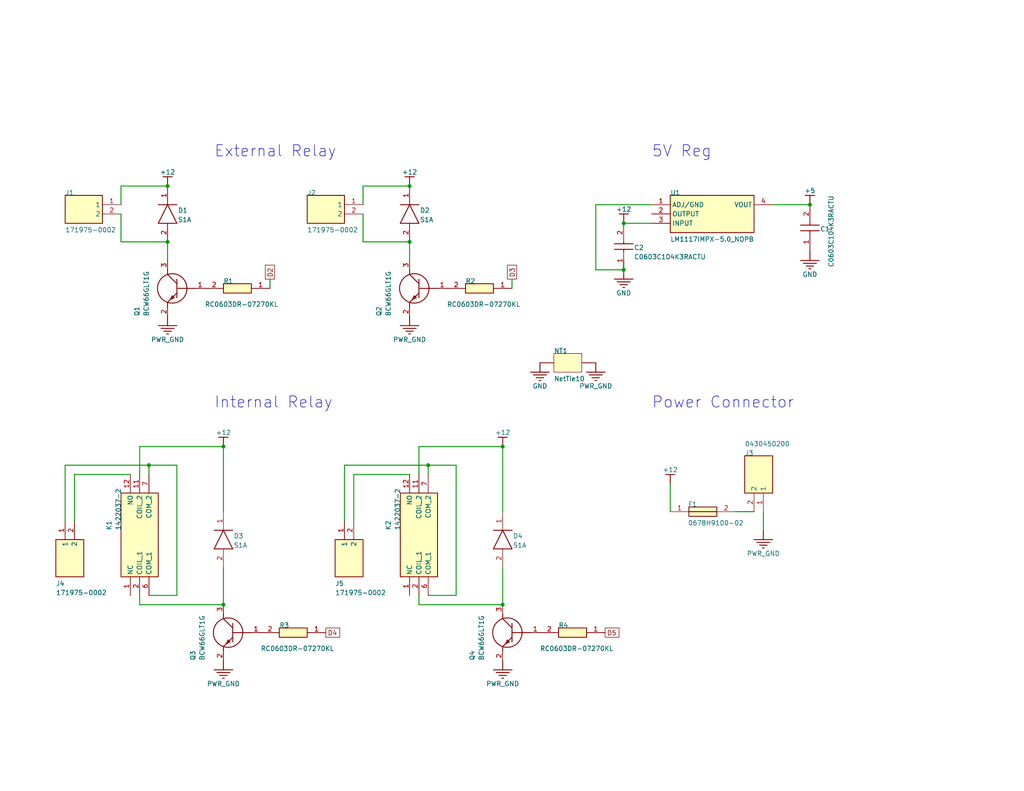
<source format=kicad_sch>
(kicad_sch (version 20211123) (generator eeschema)
  (paper "A")
  (lib_symbols
    (symbol "Sheet1-altium-import:+12" (power)
      (property "Reference" "#PWR" (at 0 0 0))
      (property "Value" "+12" (at 0 3.81 0))
      (symbol "+12_0_0"
        (polyline (pts (xy -1.27 -2.54) (xy 1.27 -2.54)) (stroke (width 0.254)))
        (polyline (pts (xy 0 0) (xy 0 -2.54)) (stroke (width 0.254)))
        (pin power_in line (at 0 0 0) (length 0) hide (name "+12") (number ""))
      )
    )
    (symbol "Sheet1-altium-import:+5" (power)
      (property "Reference" "#PWR" (at 0 0 0))
      (property "Value" "+5" (at 0 3.81 0))
      (symbol "+5_0_0"
        (polyline (pts (xy -1.27 -2.54) (xy 1.27 -2.54)) (stroke (width 0.254)))
        (polyline (pts (xy 0 0) (xy 0 -2.54)) (stroke (width 0.254)))
        (pin power_in line (at 0 0 0) (length 0) hide (name "+5") (number ""))
      )
    )
    (symbol "Sheet1-altium-import:0_0678H9100-02"
      (property "Value" "0_0678H9100-02" (at 0 0 0))
      (symbol "0_0678H9100-02_1_0"
        (polyline (pts (xy 5.08 0) (xy 12.7 0)) (stroke (width 0.254)))
        (rectangle (start 12.7 1.27) (end 5.08 -1.27) (stroke (width 0.254)) (fill (type background)))
        (pin passive line (at 0 0 0) (length 5.08) (name "1") (number "1"))
        (pin passive line (at 17.78 0 180) (length 5.08) (name "2") (number "2"))
      )
    )
    (symbol "Sheet1-altium-import:0_LM1117IMPX-5.0_NOPB"
      (property "Value" "0_LM1117IMPX-5.0_NOPB" (at 0 0 0))
      (symbol "0_LM1117IMPX-5.0_NOPB_1_0"
        (rectangle (start 27.94 2.54) (end 5.08 -7.62) (stroke (width 0.254)) (fill (type background)))
        (pin passive line (at 0 0 0) (length 5.08) (name "ADJ/GND") (number "1"))
        (pin passive line (at 0 -2.54 0) (length 5.08) (name "OUTPUT") (number "2"))
        (pin passive line (at 0 -5.08 0) (length 5.08) (name "INPUT") (number "3"))
        (pin passive line (at 33.02 0 180) (length 5.08) (name "VOUT") (number "4"))
      )
    )
    (symbol "Sheet1-altium-import:0_NetTie10"
      (property "Value" "0_NetTie10" (at 0 0 0))
      (symbol "0_NetTie10_1_0"
        (rectangle (start 5.08 5.08) (end -2.54 0) (fill (type background)))
        (pin passive line (at -6.35 2.54 0) (length 3.81) (name "1") (number "1"))
        (pin passive line (at 8.89 2.54 180) (length 3.81) (name "2") (number "2"))
      )
    )
    (symbol "Sheet1-altium-import:0_mirrored_BCW66GLT1G"
      (property "Value" "0_mirrored_BCW66GLT1G" (at 0 0 0))
      (symbol "0_mirrored_BCW66GLT1G_1_0"
        (circle (center -8.89 0) (radius 4.013) (stroke (width 0.254)))
        (polyline (pts (xy -10.16 -3.81) (xy -10.16 -5.08)) (stroke (width 0.254)))
        (polyline (pts (xy -10.16 3.81) (xy -10.16 5.08)) (stroke (width 0.254)))
        (polyline (pts (xy -9.398 -3.048) (xy -8.382 -2.54)) (stroke (width 0.254)))
        (polyline (pts (xy -8.89 -2.032) (xy -9.398 -3.048)) (stroke (width 0.254)))
        (polyline (pts (xy -8.382 -2.54) (xy -8.89 -2.032)) (stroke (width 0.254)))
        (polyline (pts (xy -7.62 -1.27) (xy -10.16 -3.81)) (stroke (width 0.254)))
        (polyline (pts (xy -7.62 1.27) (xy -10.16 3.81)) (stroke (width 0.254)))
        (polyline (pts (xy -7.62 2.54) (xy -7.62 -2.54)) (stroke (width 0.254)))
        (polyline (pts (xy -2.54 0) (xy -7.62 0)) (stroke (width 0.254)))
        (pin passive line (at 0 0 180) (length 2.54) (name "B") (number "1"))
        (pin passive line (at -10.16 -7.62 90) (length 2.54) (name "E") (number "2"))
        (pin passive line (at -10.16 7.62 270) (length 2.54) (name "C") (number "3"))
      )
    )
    (symbol "Sheet1-altium-import:1_0430450200"
      (property "Value" "1_0430450200" (at 0 0 0))
      (symbol "1_0430450200_1_0"
        (rectangle (start 5.08 15.24) (end -2.54 5.08) (stroke (width 0.254)) (fill (type background)))
        (pin passive line (at 2.54 0 90) (length 5.08) (name "1") (number "1"))
        (pin passive line (at 0 0 90) (length 5.08) (name "2") (number "2"))
      )
    )
    (symbol "Sheet1-altium-import:1_1422037-2"
      (property "Value" "1_1422037-2" (at 0 0 0))
      (symbol "1_1422037-2_1_0"
        (rectangle (start 7.62 27.94) (end -2.54 5.08) (stroke (width 0.254)) (fill (type background)))
        (pin passive line (at 0 0 90) (length 5.08) (name "NC") (number "1"))
        (pin passive line (at 2.54 33.02 270) (length 5.08) (name "COIL_2") (number "11"))
        (pin passive line (at 0 33.02 270) (length 5.08) (name "NO") (number "12"))
        (pin passive line (at 2.54 0 90) (length 5.08) (name "COIL_1") (number "2"))
        (pin passive line (at 5.08 0 90) (length 5.08) (name "COM_1") (number "6"))
        (pin passive line (at 5.08 33.02 270) (length 5.08) (name "COM_2") (number "7"))
      )
    )
    (symbol "Sheet1-altium-import:1_C0603C104K3RACTU"
      (property "Value" "1_C0603C104K3RACTU" (at 0 0 0))
      (symbol "1_C0603C104K3RACTU_1_0"
        (polyline (pts (xy -2.54 5.588) (xy 2.54 5.588)) (stroke (width 0.254)))
        (polyline (pts (xy -2.54 7.112) (xy 2.54 7.112)) (stroke (width 0.254)))
        (polyline (pts (xy 0 5.08) (xy 0 5.588)) (stroke (width 0.254)))
        (polyline (pts (xy 0 7.112) (xy 0 7.62)) (stroke (width 0.254)))
        (pin passive line (at 0 0 90) (length 5.08) (name "1") (number "1"))
        (pin passive line (at 0 12.7 270) (length 5.08) (name "2") (number "2"))
      )
    )
    (symbol "Sheet1-altium-import:2_171975-0002"
      (property "Value" "2_171975-0002" (at 0 0 0))
      (symbol "2_171975-0002_1_0"
        (rectangle (start -5.08 5.08) (end -15.24 -2.54) (stroke (width 0.254)) (fill (type background)))
        (pin passive line (at 0 2.54 180) (length 5.08) (name "1") (number "1"))
        (pin passive line (at 0 0 180) (length 5.08) (name "2") (number "2"))
      )
    )
    (symbol "Sheet1-altium-import:2_RC0603DR-07270KL"
      (property "Value" "2_RC0603DR-07270KL" (at 0 0 0))
      (symbol "2_RC0603DR-07270KL_1_0"
        (rectangle (start -5.08 1.27) (end -12.7 -1.27) (stroke (width 0.254)) (fill (type background)))
        (pin passive line (at 0 0 180) (length 5.08) (name "1") (number "1"))
        (pin passive line (at -17.78 0 0) (length 5.08) (name "2") (number "2"))
      )
    )
    (symbol "Sheet1-altium-import:3_171975-0002"
      (property "Value" "3_171975-0002" (at 0 0 0))
      (symbol "3_171975-0002_1_0"
        (rectangle (start 2.54 -5.08) (end -5.08 -15.24) (stroke (width 0.254)) (fill (type background)))
        (pin passive line (at -2.54 0 270) (length 5.08) (name "1") (number "1"))
        (pin passive line (at 0 0 270) (length 5.08) (name "2") (number "2"))
      )
    )
    (symbol "Sheet1-altium-import:3_S1A"
      (property "Value" "3_S1A" (at 0 0 0))
      (symbol "3_S1A_1_0"
        (polyline (pts (xy -2.54 -10.16) (xy 0 -5.08)) (stroke (width 0.254)))
        (polyline (pts (xy 0 -5.08) (xy 2.54 -10.16)) (stroke (width 0.254)))
        (polyline (pts (xy 2.54 -10.16) (xy -2.54 -10.16)) (stroke (width 0.254)))
        (polyline (pts (xy 2.54 -5.08) (xy -2.54 -5.08)) (stroke (width 0.254)))
        (pin passive line (at 0 0 270) (length 5.08) (name "K") (number "1"))
        (pin passive line (at 0 -15.24 90) (length 5.08) (name "A") (number "2"))
      )
    )
    (symbol "Sheet1-altium-import:GND" (power)
      (property "Reference" "#PWR" (at 0 0 0))
      (property "Value" "GND" (at 0 6.35 0))
      (symbol "GND_0_0"
        (polyline (pts (xy -2.54 -2.54) (xy 2.54 -2.54)) (stroke (width 0.254)))
        (polyline (pts (xy -1.778 -3.302) (xy 1.778 -3.302)) (stroke (width 0.254)))
        (polyline (pts (xy -1.016 -4.064) (xy 1.016 -4.064)) (stroke (width 0.254)))
        (polyline (pts (xy -0.254 -4.826) (xy 0.254 -4.826)) (stroke (width 0.254)))
        (polyline (pts (xy 0 0) (xy 0 -2.54)) (stroke (width 0.254)))
        (pin power_in line (at 0 0 0) (length 0) hide (name "GND") (number ""))
      )
    )
    (symbol "Sheet1-altium-import:PWR_GND" (power)
      (property "Reference" "#PWR" (at 0 0 0))
      (property "Value" "PWR_GND" (at 0 6.35 0))
      (symbol "PWR_GND_0_0"
        (polyline (pts (xy -2.54 -2.54) (xy 2.54 -2.54)) (stroke (width 0.254)))
        (polyline (pts (xy -1.778 -3.302) (xy 1.778 -3.302)) (stroke (width 0.254)))
        (polyline (pts (xy -1.016 -4.064) (xy 1.016 -4.064)) (stroke (width 0.254)))
        (polyline (pts (xy -0.254 -4.826) (xy 0.254 -4.826)) (stroke (width 0.254)))
        (polyline (pts (xy 0 0) (xy 0 -2.54)) (stroke (width 0.254)))
        (pin power_in line (at 0 0 0) (length 0) hide (name "PWR_GND") (number ""))
      )
    )
  )
  (junction (at 137.16 165.1))
  (junction (at 60.96 165.1))
  (junction (at 170.18 60.96))
  (junction (at 111.76 66.04))
  (junction (at 116.84 127))
  (junction (at 60.96 121.92))
  (junction (at 137.16 121.92))
  (junction (at 111.76 50.8))
  (junction (at 45.72 66.04))
  (junction (at 45.72 50.8))
  (junction (at 170.18 73.66))
  (junction (at 220.98 55.88))
  (junction (at 40.64 127))
  (wire (pts (xy 38.1 165.1) (xy 38.1 162.56)) (stroke (width 0.254)))
  (wire (pts (xy 48.26 162.56) (xy 48.26 127)) (stroke (width 0.254)))
  (wire (pts (xy 114.3 129.54) (xy 114.3 121.92)) (stroke (width 0.254)))
  (wire (pts (xy 200.66 139.7) (xy 205.74 139.7)) (stroke (width 0.254)))
  (wire (pts (xy 170.18 73.66) (xy 162.56 73.66)) (stroke (width 0.254)))
  (wire (pts (xy 40.64 127) (xy 17.78 127)) (stroke (width 0.254)))
  (wire (pts (xy 60.96 121.92) (xy 60.96 139.7)) (stroke (width 0.254)))
  (wire (pts (xy 99.06 50.8) (xy 111.76 50.8)) (stroke (width 0.254)))
  (wire (pts (xy 116.84 127) (xy 93.98 127)) (stroke (width 0.254)))
  (wire (pts (xy 162.56 55.88) (xy 177.8 55.88)) (stroke (width 0.254)))
  (wire (pts (xy 208.28 144.78) (xy 208.28 139.7)) (stroke (width 0.254)))
  (wire (pts (xy 38.1 129.54) (xy 38.1 121.92)) (stroke (width 0.254)))
  (wire (pts (xy 116.84 129.54) (xy 116.84 127)) (stroke (width 0.254)))
  (wire (pts (xy 20.32 129.54) (xy 35.56 129.54)) (stroke (width 0.254)))
  (wire (pts (xy 177.8 60.96) (xy 170.18 60.96)) (stroke (width 0.254)))
  (wire (pts (xy 33.02 66.04) (xy 45.72 66.04)) (stroke (width 0.254)))
  (wire (pts (xy 124.46 127) (xy 116.84 127)) (stroke (width 0.254)))
  (wire (pts (xy 33.02 58.42) (xy 33.02 66.04)) (stroke (width 0.254)))
  (wire (pts (xy 33.02 50.8) (xy 45.72 50.8)) (stroke (width 0.254)))
  (wire (pts (xy 124.46 162.56) (xy 124.46 127)) (stroke (width 0.254)))
  (wire (pts (xy 182.88 132.08) (xy 182.88 139.7)) (stroke (width 0.254)))
  (wire (pts (xy 114.3 121.92) (xy 137.16 121.92)) (stroke (width 0.254)))
  (wire (pts (xy 137.16 165.1) (xy 114.3 165.1)) (stroke (width 0.254)))
  (wire (pts (xy 99.06 58.42) (xy 99.06 66.04)) (stroke (width 0.254)))
  (wire (pts (xy 96.52 142.24) (xy 96.52 129.54)) (stroke (width 0.254)))
  (wire (pts (xy 45.72 66.04) (xy 45.72 71.12)) (stroke (width 0.254)))
  (wire (pts (xy 162.56 73.66) (xy 162.56 55.88)) (stroke (width 0.254)))
  (wire (pts (xy 96.52 129.54) (xy 111.76 129.54)) (stroke (width 0.254)))
  (wire (pts (xy 40.64 162.56) (xy 48.26 162.56)) (stroke (width 0.254)))
  (wire (pts (xy 17.78 127) (xy 17.78 142.24)) (stroke (width 0.254)))
  (wire (pts (xy 99.06 66.04) (xy 111.76 66.04)) (stroke (width 0.254)))
  (wire (pts (xy 139.7 76.2) (xy 139.7 78.74)) (stroke (width 0.254)))
  (wire (pts (xy 210.82 55.88) (xy 220.98 55.88)) (stroke (width 0.254)))
  (wire (pts (xy 38.1 121.92) (xy 60.96 121.92)) (stroke (width 0.254)))
  (wire (pts (xy 111.76 66.04) (xy 111.76 71.12)) (stroke (width 0.254)))
  (wire (pts (xy 137.16 121.92) (xy 137.16 139.7)) (stroke (width 0.254)))
  (wire (pts (xy 20.32 142.24) (xy 20.32 129.54)) (stroke (width 0.254)))
  (wire (pts (xy 48.26 127) (xy 40.64 127)) (stroke (width 0.254)))
  (wire (pts (xy 60.96 154.94) (xy 60.96 165.1)) (stroke (width 0.254)))
  (wire (pts (xy 99.06 55.88) (xy 99.06 50.8)) (stroke (width 0.254)))
  (wire (pts (xy 40.64 129.54) (xy 40.64 127)) (stroke (width 0.254)))
  (wire (pts (xy 73.66 76.2) (xy 73.66 78.74)) (stroke (width 0.254)))
  (wire (pts (xy 137.16 154.94) (xy 137.16 165.1)) (stroke (width 0.254)))
  (wire (pts (xy 60.96 165.1) (xy 38.1 165.1)) (stroke (width 0.254)))
  (wire (pts (xy 114.3 165.1) (xy 114.3 162.56)) (stroke (width 0.254)))
  (wire (pts (xy 33.02 55.88) (xy 33.02 50.8)) (stroke (width 0.254)))
  (wire (pts (xy 93.98 127) (xy 93.98 142.24)) (stroke (width 0.254)))
  (wire (pts (xy 170.18 71.12) (xy 170.18 73.66)) (stroke (width 0.254)))
  (wire (pts (xy 116.84 162.56) (xy 124.46 162.56)) (stroke (width 0.254)))
  (text "Internal Relay" (at 58.42 111.76 180) (effects (font (size 3.048 3.048)) (justify left bottom)))
  (text "Power Connector" (at 177.8 111.76 180) (effects (font (size 3.048 3.048)) (justify left bottom)))
  (text "5V Reg" (at 177.8 43.18 180) (effects (font (size 3.048 3.048)) (justify left bottom)))
  (text "External Relay" (at 58.42 43.18 180) (effects (font (size 3.048 3.048)) (justify left bottom)))
  (global_label "D3" (shape passive) (at 139.7 76.2 90) (property "Intersheet References" "${INTERSHEET_REFS}" (effects hide)))
  (global_label "D4" (shape passive) (at 88.9 172.72 0) (property "Intersheet References" "${INTERSHEET_REFS}" (effects hide)))
  (global_label "D2" (shape passive) (at 73.66 76.2 90) (property "Intersheet References" "${INTERSHEET_REFS}" (effects hide)))
  (global_label "D5" (shape passive) (at 165.1 172.72 0) (property "Intersheet References" "${INTERSHEET_REFS}" (effects hide)))
  (symbol (lib_id "Sheet1-altium-import:3_S1A") (at 137.16 139.7 0) (unit 1)
    (property "Reference" "D4" (at 139.954 147.066 0) (effects (justify left bottom)))
    (property "Value" "S1A" (at 139.954 149.606 0) (effects (justify left bottom)))
    (property "Footprint" "C:_Users_luke__Documents_AltiumLL_SamacSys.PcbLib_DIOM5227X270N" (effects hide))
    (property "DATASHEET LINK" "http://www.onsemi.com/pub/Collateral/S1M-D.pdf" (effects hide))
    (property "HEIGHT" "2.7mm" (effects hide))
    (property "MANUFACTURER_NAME" "ON Semiconductor" (effects hide))
    (property "MANUFACTURER_PART_NUMBER" "S1A" (effects hide))
    (property "MOUSER PART NUMBER" "512-S1A" (effects hide))
    (property "MOUSER PRICE/STOCK" "https://www.mouser.co.uk/ProductDetail/ON-Semiconductor-Fairchild/S1A/?qs=RJwZ8kJo1mjAagviH5vK9g%3D%3D" (effects hide))
    (property "ARROW PART NUMBER" "S1A" (effects hide))
    (property "ARROW PRICE/STOCK" "https://www.arrow.com/en/products/s1a/on-semiconductor" (effects hide))
  )
  (symbol (lib_id "Sheet1-altium-import:GND") (at 170.18 73.66 0) (unit 1)
    (property "Reference" "#PWR?" (effects hide))
    (property "Value" "GND" (at 170.18 80.01 0))
  )
  (symbol (lib_id "Sheet1-altium-import:2_171975-0002") (at 33.02 58.42 0) (unit 1)
    (property "Reference" "J1" (at 17.78 53.34 0) (effects (justify left bottom)))
    (property "Value" "171975-0002" (at 17.78 63.5 0) (effects (justify left bottom)))
    (property "Footprint" "C:_Users_luke__Documents_AltiumLL_SamacSys.PcbLib_1719750002" (effects hide))
    (property "DATASHEET LINK" "https://www.molex.com/pdm_docs/sd/1719750002_sd.pdf" (effects hide))
    (property "HEIGHT" "7.38mm" (effects hide))
    (property "MANUFACTURER_NAME" "Molex" (effects hide))
    (property "MANUFACTURER_PART_NUMBER" "171975-0002" (effects hide))
    (property "MOUSER PART NUMBER" "538-171975-0002" (effects hide))
    (property "MOUSER PRICE/STOCK" "https://www.mouser.co.uk/ProductDetail/Molex/171975-0002?qs=lc2O%252BfHJPVZp75AIAAjPAw%3D%3D" (effects hide))
  )
  (symbol (lib_id "Sheet1-altium-import:+12") (at 111.76 50.8 180) (unit 1)
    (property "Reference" "#PWR?" (effects hide))
    (property "Value" "+12" (at 111.76 46.99 0))
  )
  (symbol (lib_id "Sheet1-altium-import:3_S1A") (at 111.76 50.8 0) (unit 1)
    (property "Reference" "D2" (at 114.554 58.166 0) (effects (justify left bottom)))
    (property "Value" "S1A" (at 114.554 60.706 0) (effects (justify left bottom)))
    (property "Footprint" "C:_Users_luke__Documents_AltiumLL_SamacSys.PcbLib_DIOM5227X270N" (effects hide))
    (property "DATASHEET LINK" "http://www.onsemi.com/pub/Collateral/S1M-D.pdf" (effects hide))
    (property "HEIGHT" "2.7mm" (effects hide))
    (property "MANUFACTURER_NAME" "ON Semiconductor" (effects hide))
    (property "MANUFACTURER_PART_NUMBER" "S1A" (effects hide))
    (property "MOUSER PART NUMBER" "512-S1A" (effects hide))
    (property "MOUSER PRICE/STOCK" "https://www.mouser.co.uk/ProductDetail/ON-Semiconductor-Fairchild/S1A/?qs=RJwZ8kJo1mjAagviH5vK9g%3D%3D" (effects hide))
    (property "ARROW PART NUMBER" "S1A" (effects hide))
    (property "ARROW PRICE/STOCK" "https://www.arrow.com/en/products/s1a/on-semiconductor" (effects hide))
  )
  (symbol (lib_id "Sheet1-altium-import:3_S1A") (at 60.96 139.7 0) (unit 1)
    (property "Reference" "D3" (at 63.754 147.066 0) (effects (justify left bottom)))
    (property "Value" "S1A" (at 63.754 149.606 0) (effects (justify left bottom)))
    (property "Footprint" "C:_Users_luke__Documents_AltiumLL_SamacSys.PcbLib_DIOM5227X270N" (effects hide))
    (property "DATASHEET LINK" "http://www.onsemi.com/pub/Collateral/S1M-D.pdf" (effects hide))
    (property "HEIGHT" "2.7mm" (effects hide))
    (property "MANUFACTURER_NAME" "ON Semiconductor" (effects hide))
    (property "MANUFACTURER_PART_NUMBER" "S1A" (effects hide))
    (property "MOUSER PART NUMBER" "512-S1A" (effects hide))
    (property "MOUSER PRICE/STOCK" "https://www.mouser.co.uk/ProductDetail/ON-Semiconductor-Fairchild/S1A/?qs=RJwZ8kJo1mjAagviH5vK9g%3D%3D" (effects hide))
    (property "ARROW PART NUMBER" "S1A" (effects hide))
    (property "ARROW PRICE/STOCK" "https://www.arrow.com/en/products/s1a/on-semiconductor" (effects hide))
  )
  (symbol (lib_id "Sheet1-altium-import:1_1422037-2") (at 111.76 162.56 0) (unit 1)
    (property "Reference" "K2" (at 106.68 144.78 90) (effects (justify left bottom)))
    (property "Value" "1422037-2" (at 109.22 144.78 90) (effects (justify left bottom)))
    (property "Footprint" "C:_Users_luke__Documents_AltiumLL_SamacSys.PcbLib_14220372" (effects hide))
    (property "DATASHEET LINK" "https://www.te.com/commerce/DocumentDelivery/DDEController?Action=srchrtrv&DocNm=108-98010&DocType=SS&DocLang=EN" (effects hide))
    (property "HEIGHT" "11.7mm" (effects hide))
    (property "MANUFACTURER_NAME" "TE Connectivity" (effects hide))
    (property "MANUFACTURER_PART_NUMBER" "1422037-2" (effects hide))
    (property "MOUSER PART NUMBER" "655-1422037-2" (effects hide))
    (property "MOUSER PRICE/STOCK" "https://www.mouser.com/Search/Refine.aspx?Keyword=655-1422037-2" (effects hide))
  )
  (symbol (lib_id "Sheet1-altium-import:GND") (at 147.32 99.06 0) (unit 1)
    (property "Reference" "#PWR?" (effects hide))
    (property "Value" "GND" (at 147.32 105.41 0))
  )
  (symbol (lib_id "Sheet1-altium-import:GND") (at 220.98 68.58 0) (unit 1)
    (property "Reference" "#PWR?" (effects hide))
    (property "Value" "GND" (at 220.98 74.93 0))
  )
  (symbol (lib_id "Sheet1-altium-import:1_0430450200") (at 205.74 139.7 0) (unit 1)
    (property "Reference" "J3" (at 203.2 124.46 0) (effects (justify left bottom)))
    (property "Value" "0430450200" (at 203.2 121.92 0) (effects (justify left bottom)))
    (property "Footprint" "C:_Users_luke__Documents_AltiumLL_SamacSys.PcbLib_43045-0200" (effects hide))
    (property "DATASHEET LINK" "http://www.molex.com/webdocs/datasheets/pdf/en-us//0430450200_PCB_HEADERS.pdf" (effects hide))
    (property "MANUFACTURER_NAME" "Molex" (effects hide))
    (property "MANUFACTURER_PART_NUMBER" "0430450200" (effects hide))
    (property "MOUSER PART NUMBER" "N/A" (effects hide))
    (property "MOUSER PRICE/STOCK" "https://www.mouser.com/Search/Refine.aspx?Keyword=N%2FA" (effects hide))
    (property "ARROW PART NUMBER" "0430450200" (effects hide))
    (property "ARROW PRICE/STOCK" "https://www.arrow.com/en/products/0430450200/molex" (effects hide))
  )
  (symbol (lib_id "Sheet1-altium-import:PWR_GND") (at 137.16 180.34 0) (unit 1)
    (property "Reference" "#PWR?" (effects hide))
    (property "Value" "PWR_GND" (at 137.16 186.69 0))
  )
  (symbol (lib_id "Sheet1-altium-import:3_171975-0002") (at 20.32 142.24 0) (unit 1)
    (property "Reference" "J4" (at 15.24 160.02 0) (effects (justify left bottom)))
    (property "Value" "171975-0002" (at 15.24 162.56 0) (effects (justify left bottom)))
    (property "Footprint" "C:_Users_luke__Documents_AltiumLL_SamacSys.PcbLib_1719750002" (effects hide))
    (property "DATASHEET LINK" "https://www.molex.com/pdm_docs/sd/1719750002_sd.pdf" (effects hide))
    (property "HEIGHT" "7.38mm" (effects hide))
    (property "MANUFACTURER_NAME" "Molex" (effects hide))
    (property "MANUFACTURER_PART_NUMBER" "171975-0002" (effects hide))
    (property "MOUSER PART NUMBER" "538-171975-0002" (effects hide))
    (property "MOUSER PRICE/STOCK" "https://www.mouser.co.uk/ProductDetail/Molex/171975-0002?qs=lc2O%252BfHJPVZp75AIAAjPAw%3D%3D" (effects hide))
  )
  (symbol (lib_id "Sheet1-altium-import:+5") (at 220.98 55.88 180) (unit 1)
    (property "Reference" "#PWR?" (effects hide))
    (property "Value" "+5" (at 220.98 52.07 0))
  )
  (symbol (lib_id "Sheet1-altium-import:1_C0603C104K3RACTU") (at 170.18 73.66 0) (unit 1)
    (property "Reference" "C2" (at 172.974 68.326 0) (effects (justify left bottom)))
    (property "Value" "C0603C104K3RACTU" (at 172.974 70.866 0) (effects (justify left bottom)))
    (property "Footprint" "C:_Users_luke__Documents_AltiumLL_SamacSys.PcbLib_CAPC1608X95N" (effects hide))
    (property "DATASHEET LINK" "https://content.kemet.com/datasheets/KEM_C1002_X7R_SMD.pdf" (effects hide))
    (property "HEIGHT" "0.95mm" (effects hide))
    (property "MANUFACTURER_NAME" "Kemet" (effects hide))
    (property "MANUFACTURER_PART_NUMBER" "C0603C104K3RACTU" (effects hide))
    (property "MOUSER PART NUMBER" "80-C0603C104K3R" (effects hide))
    (property "MOUSER PRICE/STOCK" "https://www.mouser.co.uk/ProductDetail/KEMET/C0603C104K3RACTU/?qs=l5k%252BbMnNDklvfdneglCDAg%3D%3D" (effects hide))
    (property "ARROW PART NUMBER" "C0603C104K3RACTU" (effects hide))
    (property "ARROW PRICE/STOCK" "https://www.arrow.com/en/products/c0603c104k3ractu/kemet-corporation" (effects hide))
  )
  (symbol (lib_id "Sheet1-altium-import:0_mirrored_BCW66GLT1G") (at 55.88 78.74 0) (unit 1)
    (property "Reference" "Q1" (at 38.1 86.36 90) (effects (justify left bottom)))
    (property "Value" "BCW66GLT1G" (at 40.64 86.36 90) (effects (justify left bottom)))
    (property "Footprint" "C:_Users_luke__Documents_AltiumLL_SamacSys.PcbLib_SOT95P237X111-3N" (effects hide))
    (property "DATASHEET LINK" "http://www.onsemi.com/pub/Collateral/BCW66GLT1-D.PDF" (effects hide))
    (property "HEIGHT" "1.11mm" (effects hide))
    (property "MANUFACTURER_NAME" "ON Semiconductor" (effects hide))
    (property "MANUFACTURER_PART_NUMBER" "BCW66GLT1G" (effects hide))
    (property "MOUSER PART NUMBER" "863-BCW66GLT1G" (effects hide))
    (property "MOUSER PRICE/STOCK" "https://www.mouser.co.uk/ProductDetail/ON-Semiconductor/BCW66GLT1G?qs=R2UZ7gjkEjKs0bN2RlXbWw%3D%3D" (effects hide))
    (property "ARROW PART NUMBER" "BCW66GLT1G" (effects hide))
    (property "ARROW PRICE/STOCK" "https://www.arrow.com/en/products/bcw66glt1g/on-semiconductor" (effects hide))
  )
  (symbol (lib_id "Sheet1-altium-import:1_C0603C104K3RACTU") (at 220.98 68.58 0) (unit 1)
    (property "Reference" "C1" (at 223.774 63.246 0) (effects (justify left bottom)))
    (property "Value" "C0603C104K3RACTU" (at 226.06 53.34 90) (effects (justify right top)))
    (property "Footprint" "C:_Users_luke__Documents_AltiumLL_SamacSys.PcbLib_CAPC1608X95N" (effects hide))
    (property "DATASHEET LINK" "https://content.kemet.com/datasheets/KEM_C1002_X7R_SMD.pdf" (effects hide))
    (property "HEIGHT" "0.95mm" (effects hide))
    (property "MANUFACTURER_NAME" "Kemet" (effects hide))
    (property "MANUFACTURER_PART_NUMBER" "C0603C104K3RACTU" (effects hide))
    (property "MOUSER PART NUMBER" "80-C0603C104K3R" (effects hide))
    (property "MOUSER PRICE/STOCK" "https://www.mouser.co.uk/ProductDetail/KEMET/C0603C104K3RACTU/?qs=l5k%252BbMnNDklvfdneglCDAg%3D%3D" (effects hide))
    (property "ARROW PART NUMBER" "C0603C104K3RACTU" (effects hide))
    (property "ARROW PRICE/STOCK" "https://www.arrow.com/en/products/c0603c104k3ractu/kemet-corporation" (effects hide))
  )
  (symbol (lib_id "Sheet1-altium-import:PWR_GND") (at 45.72 86.36 0) (unit 1)
    (property "Reference" "#PWR?" (effects hide))
    (property "Value" "PWR_GND" (at 45.72 92.71 0))
  )
  (symbol (lib_id "Sheet1-altium-import:2_RC0603DR-07270KL") (at 165.1 172.72 0) (unit 1)
    (property "Reference" "R4" (at 152.4 171.45 0) (effects (justify left bottom)))
    (property "Value" "RC0603DR-07270KL" (at 147.32 177.8 0) (effects (justify left bottom)))
    (property "Footprint" "C:_Users_luke__Documents_AltiumLL_SamacSys.PcbLib_RESC1608X55N" (effects hide))
    (property "DATASHEET LINK" "http://www.yageo.com/documents/recent/PYu-RC0603_51_RoHS_L_v5.pdf" (effects hide))
    (property "HEIGHT" "0.55mm" (effects hide))
    (property "MANUFACTURER_NAME" "YAGEO (PHYCOMP)" (effects hide))
    (property "MANUFACTURER_PART_NUMBER" "RC0603DR-07270KL" (effects hide))
    (property "ARROW PART NUMBER" "RC0603DR-07270KL" (effects hide))
    (property "ARROW PRICE/STOCK" "https://www.arrow.com/en/products/rc0603dr-07270kl/yageo" (effects hide))
  )
  (symbol (lib_id "Sheet1-altium-import:0_mirrored_BCW66GLT1G") (at 121.92 78.74 0) (unit 1)
    (property "Reference" "Q2" (at 104.14 86.36 90) (effects (justify left bottom)))
    (property "Value" "BCW66GLT1G" (at 106.68 86.36 90) (effects (justify left bottom)))
    (property "Footprint" "C:_Users_luke__Documents_AltiumLL_SamacSys.PcbLib_SOT95P237X111-3N" (effects hide))
    (property "DATASHEET LINK" "http://www.onsemi.com/pub/Collateral/BCW66GLT1-D.PDF" (effects hide))
    (property "HEIGHT" "1.11mm" (effects hide))
    (property "MANUFACTURER_NAME" "ON Semiconductor" (effects hide))
    (property "MANUFACTURER_PART_NUMBER" "BCW66GLT1G" (effects hide))
    (property "MOUSER PART NUMBER" "863-BCW66GLT1G" (effects hide))
    (property "MOUSER PRICE/STOCK" "https://www.mouser.co.uk/ProductDetail/ON-Semiconductor/BCW66GLT1G?qs=R2UZ7gjkEjKs0bN2RlXbWw%3D%3D" (effects hide))
    (property "ARROW PART NUMBER" "BCW66GLT1G" (effects hide))
    (property "ARROW PRICE/STOCK" "https://www.arrow.com/en/products/bcw66glt1g/on-semiconductor" (effects hide))
  )
  (symbol (lib_id "Sheet1-altium-import:+12") (at 60.96 121.92 180) (unit 1)
    (property "Reference" "#PWR?" (effects hide))
    (property "Value" "+12" (at 60.96 118.11 0))
  )
  (symbol (lib_id "Sheet1-altium-import:2_171975-0002") (at 99.06 58.42 0) (unit 1)
    (property "Reference" "J2" (at 83.82 53.34 0) (effects (justify left bottom)))
    (property "Value" "171975-0002" (at 83.82 63.5 0) (effects (justify left bottom)))
    (property "Footprint" "C:_Users_luke__Documents_AltiumLL_SamacSys.PcbLib_1719750002" (effects hide))
    (property "DATASHEET LINK" "https://www.molex.com/pdm_docs/sd/1719750002_sd.pdf" (effects hide))
    (property "HEIGHT" "7.38mm" (effects hide))
    (property "MANUFACTURER_NAME" "Molex" (effects hide))
    (property "MANUFACTURER_PART_NUMBER" "171975-0002" (effects hide))
    (property "MOUSER PART NUMBER" "538-171975-0002" (effects hide))
    (property "MOUSER PRICE/STOCK" "https://www.mouser.co.uk/ProductDetail/Molex/171975-0002?qs=lc2O%252BfHJPVZp75AIAAjPAw%3D%3D" (effects hide))
  )
  (symbol (lib_id "Sheet1-altium-import:0_mirrored_BCW66GLT1G") (at 71.12 172.72 0) (unit 1)
    (property "Reference" "Q3" (at 53.34 180.34 90) (effects (justify left bottom)))
    (property "Value" "BCW66GLT1G" (at 55.88 180.34 90) (effects (justify left bottom)))
    (property "Footprint" "C:_Users_luke__Documents_AltiumLL_SamacSys.PcbLib_SOT95P237X111-3N" (effects hide))
    (property "DATASHEET LINK" "http://www.onsemi.com/pub/Collateral/BCW66GLT1-D.PDF" (effects hide))
    (property "HEIGHT" "1.11mm" (effects hide))
    (property "MANUFACTURER_NAME" "ON Semiconductor" (effects hide))
    (property "MANUFACTURER_PART_NUMBER" "BCW66GLT1G" (effects hide))
    (property "MOUSER PART NUMBER" "863-BCW66GLT1G" (effects hide))
    (property "MOUSER PRICE/STOCK" "https://www.mouser.co.uk/ProductDetail/ON-Semiconductor/BCW66GLT1G?qs=R2UZ7gjkEjKs0bN2RlXbWw%3D%3D" (effects hide))
    (property "ARROW PART NUMBER" "BCW66GLT1G" (effects hide))
    (property "ARROW PRICE/STOCK" "https://www.arrow.com/en/products/bcw66glt1g/on-semiconductor" (effects hide))
  )
  (symbol (lib_id "Sheet1-altium-import:0_NetTie10") (at 153.67 101.6 0) (unit 1)
    (property "Reference" "NT1" (at 151.13 96.52 0) (effects (justify left bottom)))
    (property "Value" "NetTie10" (at 151.13 104.14 0) (effects (justify left bottom)))
    (property "Footprint" "NetTie" (effects hide))
  )
  (symbol (lib_id "Sheet1-altium-import:0_LM1117IMPX-5.0_NOPB") (at 177.8 55.88 0) (unit 1)
    (property "Reference" "U1" (at 182.88 53.34 0) (effects (justify left bottom)))
    (property "Value" "LM1117IMPX-5.0_NOPB" (at 182.88 66.04 0) (effects (justify left bottom)))
    (property "Footprint" "C:_Users_luke__Documents_AltiumLL_SamacSys.PcbLib_SOT230P700X180-4N" (effects hide))
    (property "DATASHEET LINK" "http://www.ti.com/lit/gpn/lm1117" (effects hide))
    (property "HEIGHT" "1.8mm" (effects hide))
    (property "MANUFACTURER_NAME" "Texas Instruments" (effects hide))
    (property "MANUFACTURER_PART_NUMBER" "LM1117IMPX-5.0/NOPB" (effects hide))
    (property "MOUSER PART NUMBER" "926-LM1117IMPX50NOPB" (effects hide))
    (property "MOUSER PRICE/STOCK" "https://www.mouser.co.uk/ProductDetail/Texas-Instruments/LM1117IMPX-50-NOPB?qs=X1J7HmVL2ZGGwLlD0uGqKQ%3D%3D" (effects hide))
    (property "ARROW PART NUMBER" "LM1117IMPX-5.0/NOPB" (effects hide))
    (property "ARROW PRICE/STOCK" "https://www.arrow.com/en/products/lm1117impx-5.0nopb/texas-instruments" (effects hide))
  )
  (symbol (lib_id "Sheet1-altium-import:+12") (at 45.72 50.8 180) (unit 1)
    (property "Reference" "#PWR?" (effects hide))
    (property "Value" "+12" (at 45.72 46.99 0))
  )
  (symbol (lib_id "Sheet1-altium-import:2_RC0603DR-07270KL") (at 88.9 172.72 0) (unit 1)
    (property "Reference" "R3" (at 76.2 171.45 0) (effects (justify left bottom)))
    (property "Value" "RC0603DR-07270KL" (at 71.12 177.8 0) (effects (justify left bottom)))
    (property "Footprint" "C:_Users_luke__Documents_AltiumLL_SamacSys.PcbLib_RESC1608X55N" (effects hide))
    (property "DATASHEET LINK" "http://www.yageo.com/documents/recent/PYu-RC0603_51_RoHS_L_v5.pdf" (effects hide))
    (property "HEIGHT" "0.55mm" (effects hide))
    (property "MANUFACTURER_NAME" "YAGEO (PHYCOMP)" (effects hide))
    (property "MANUFACTURER_PART_NUMBER" "RC0603DR-07270KL" (effects hide))
    (property "ARROW PART NUMBER" "RC0603DR-07270KL" (effects hide))
    (property "ARROW PRICE/STOCK" "https://www.arrow.com/en/products/rc0603dr-07270kl/yageo" (effects hide))
  )
  (symbol (lib_id "Sheet1-altium-import:2_RC0603DR-07270KL") (at 139.7 78.74 0) (unit 1)
    (property "Reference" "R2" (at 127 77.47 0) (effects (justify left bottom)))
    (property "Value" "RC0603DR-07270KL" (at 121.92 83.82 0) (effects (justify left bottom)))
    (property "Footprint" "C:_Users_luke__Documents_AltiumLL_SamacSys.PcbLib_RESC1608X55N" (effects hide))
    (property "DATASHEET LINK" "http://www.yageo.com/documents/recent/PYu-RC0603_51_RoHS_L_v5.pdf" (effects hide))
    (property "HEIGHT" "0.55mm" (effects hide))
    (property "MANUFACTURER_NAME" "YAGEO (PHYCOMP)" (effects hide))
    (property "MANUFACTURER_PART_NUMBER" "RC0603DR-07270KL" (effects hide))
    (property "ARROW PART NUMBER" "RC0603DR-07270KL" (effects hide))
    (property "ARROW PRICE/STOCK" "https://www.arrow.com/en/products/rc0603dr-07270kl/yageo" (effects hide))
  )
  (symbol (lib_id "Sheet1-altium-import:PWR_GND") (at 60.96 180.34 0) (unit 1)
    (property "Reference" "#PWR?" (effects hide))
    (property "Value" "PWR_GND" (at 60.96 186.69 0))
  )
  (symbol (lib_id "Sheet1-altium-import:PWR_GND") (at 111.76 86.36 0) (unit 1)
    (property "Reference" "#PWR?" (effects hide))
    (property "Value" "PWR_GND" (at 111.76 92.71 0))
  )
  (symbol (lib_id "Sheet1-altium-import:+12") (at 170.18 60.96 180) (unit 1)
    (property "Reference" "#PWR?" (effects hide))
    (property "Value" "+12" (at 170.18 57.15 0))
  )
  (symbol (lib_id "Sheet1-altium-import:PWR_GND") (at 162.56 99.06 0) (unit 1)
    (property "Reference" "#PWR?" (effects hide))
    (property "Value" "PWR_GND" (at 162.56 105.41 0))
  )
  (symbol (lib_id "Sheet1-altium-import:3_171975-0002") (at 96.52 142.24 0) (unit 1)
    (property "Reference" "J5" (at 91.44 160.02 0) (effects (justify left bottom)))
    (property "Value" "171975-0002" (at 91.44 162.56 0) (effects (justify left bottom)))
    (property "Footprint" "C:_Users_luke__Documents_AltiumLL_SamacSys.PcbLib_1719750002" (effects hide))
    (property "DATASHEET LINK" "https://www.molex.com/pdm_docs/sd/1719750002_sd.pdf" (effects hide))
    (property "HEIGHT" "7.38mm" (effects hide))
    (property "MANUFACTURER_NAME" "Molex" (effects hide))
    (property "MANUFACTURER_PART_NUMBER" "171975-0002" (effects hide))
    (property "MOUSER PART NUMBER" "538-171975-0002" (effects hide))
    (property "MOUSER PRICE/STOCK" "https://www.mouser.co.uk/ProductDetail/Molex/171975-0002?qs=lc2O%252BfHJPVZp75AIAAjPAw%3D%3D" (effects hide))
  )
  (symbol (lib_id "Sheet1-altium-import:0_mirrored_BCW66GLT1G") (at 147.32 172.72 0) (unit 1)
    (property "Reference" "Q4" (at 129.54 180.34 90) (effects (justify left bottom)))
    (property "Value" "BCW66GLT1G" (at 132.08 180.34 90) (effects (justify left bottom)))
    (property "Footprint" "C:_Users_luke__Documents_AltiumLL_SamacSys.PcbLib_SOT95P237X111-3N" (effects hide))
    (property "DATASHEET LINK" "http://www.onsemi.com/pub/Collateral/BCW66GLT1-D.PDF" (effects hide))
    (property "HEIGHT" "1.11mm" (effects hide))
    (property "MANUFACTURER_NAME" "ON Semiconductor" (effects hide))
    (property "MANUFACTURER_PART_NUMBER" "BCW66GLT1G" (effects hide))
    (property "MOUSER PART NUMBER" "863-BCW66GLT1G" (effects hide))
    (property "MOUSER PRICE/STOCK" "https://www.mouser.co.uk/ProductDetail/ON-Semiconductor/BCW66GLT1G?qs=R2UZ7gjkEjKs0bN2RlXbWw%3D%3D" (effects hide))
    (property "ARROW PART NUMBER" "BCW66GLT1G" (effects hide))
    (property "ARROW PRICE/STOCK" "https://www.arrow.com/en/products/bcw66glt1g/on-semiconductor" (effects hide))
  )
  (symbol (lib_id "Sheet1-altium-import:2_RC0603DR-07270KL") (at 73.66 78.74 0) (unit 1)
    (property "Reference" "R1" (at 60.96 77.47 0) (effects (justify left bottom)))
    (property "Value" "RC0603DR-07270KL" (at 55.88 83.82 0) (effects (justify left bottom)))
    (property "Footprint" "C:_Users_luke__Documents_AltiumLL_SamacSys.PcbLib_RESC1608X55N" (effects hide))
    (property "DATASHEET LINK" "http://www.yageo.com/documents/recent/PYu-RC0603_51_RoHS_L_v5.pdf" (effects hide))
    (property "HEIGHT" "0.55mm" (effects hide))
    (property "MANUFACTURER_NAME" "YAGEO (PHYCOMP)" (effects hide))
    (property "MANUFACTURER_PART_NUMBER" "RC0603DR-07270KL" (effects hide))
    (property "ARROW PART NUMBER" "RC0603DR-07270KL" (effects hide))
    (property "ARROW PRICE/STOCK" "https://www.arrow.com/en/products/rc0603dr-07270kl/yageo" (effects hide))
  )
  (symbol (lib_id "Sheet1-altium-import:+12") (at 182.88 132.08 180) (unit 1)
    (property "Reference" "#PWR?" (effects hide))
    (property "Value" "+12" (at 182.88 128.27 0))
  )
  (symbol (lib_id "Sheet1-altium-import:PWR_GND") (at 208.28 144.78 0) (unit 1)
    (property "Reference" "#PWR?" (effects hide))
    (property "Value" "PWR_GND" (at 208.28 151.13 0))
  )
  (symbol (lib_id "Sheet1-altium-import:+12") (at 137.16 121.92 180) (unit 1)
    (property "Reference" "#PWR?" (effects hide))
    (property "Value" "+12" (at 137.16 118.11 0))
  )
  (symbol (lib_id "Sheet1-altium-import:0_0678H9100-02") (at 182.88 139.7 0) (unit 1)
    (property "Reference" "F1" (at 187.706 138.43 0) (effects (justify left bottom)))
    (property "Value" "0678H9100-02" (at 187.706 143.51 0) (effects (justify left bottom)))
    (property "Footprint" "C:_Users_luke__Documents_AltiumLL_SamacSys.PcbLib_FUSC9830X318N" (effects hide))
    (property "DATASHEET LINK" "https://www.mouser.com/datasheet/2/643/Bel Fuse_02202018_0678H-1288534.pdf" (effects hide))
    (property "HEIGHT" "3.18mm" (effects hide))
    (property "MANUFACTURER_NAME" "Bel" (effects hide))
    (property "MANUFACTURER_PART_NUMBER" "0678H9100-02" (effects hide))
    (property "MOUSER PART NUMBER" "530-0678H9100-02" (effects hide))
  )
  (symbol (lib_id "Sheet1-altium-import:3_S1A") (at 45.72 50.8 0) (unit 1)
    (property "Reference" "D1" (at 48.514 58.166 0) (effects (justify left bottom)))
    (property "Value" "S1A" (at 48.514 60.706 0) (effects (justify left bottom)))
    (property "Footprint" "C:_Users_luke__Documents_AltiumLL_SamacSys.PcbLib_DIOM5227X270N" (effects hide))
    (property "DATASHEET LINK" "http://www.onsemi.com/pub/Collateral/S1M-D.pdf" (effects hide))
    (property "HEIGHT" "2.7mm" (effects hide))
    (property "MANUFACTURER_NAME" "ON Semiconductor" (effects hide))
    (property "MANUFACTURER_PART_NUMBER" "S1A" (effects hide))
    (property "MOUSER PART NUMBER" "512-S1A" (effects hide))
    (property "MOUSER PRICE/STOCK" "https://www.mouser.co.uk/ProductDetail/ON-Semiconductor-Fairchild/S1A/?qs=RJwZ8kJo1mjAagviH5vK9g%3D%3D" (effects hide))
    (property "ARROW PART NUMBER" "S1A" (effects hide))
    (property "ARROW PRICE/STOCK" "https://www.arrow.com/en/products/s1a/on-semiconductor" (effects hide))
  )
  (symbol (lib_id "Sheet1-altium-import:1_1422037-2") (at 35.56 162.56 0) (unit 1)
    (property "Reference" "K1" (at 30.48 144.78 90) (effects (justify left bottom)))
    (property "Value" "1422037-2" (at 33.02 144.78 90) (effects (justify left bottom)))
    (property "Footprint" "C:_Users_luke__Documents_AltiumLL_SamacSys.PcbLib_14220372" (effects hide))
    (property "DATASHEET LINK" "https://www.te.com/commerce/DocumentDelivery/DDEController?Action=srchrtrv&DocNm=108-98010&DocType=SS&DocLang=EN" (effects hide))
    (property "HEIGHT" "11.7mm" (effects hide))
    (property "MANUFACTURER_NAME" "TE Connectivity" (effects hide))
    (property "MANUFACTURER_PART_NUMBER" "1422037-2" (effects hide))
    (property "MOUSER PART NUMBER" "655-1422037-2" (effects hide))
    (property "MOUSER PRICE/STOCK" "https://www.mouser.com/Search/Refine.aspx?Keyword=655-1422037-2" (effects hide))
  )
)
</source>
